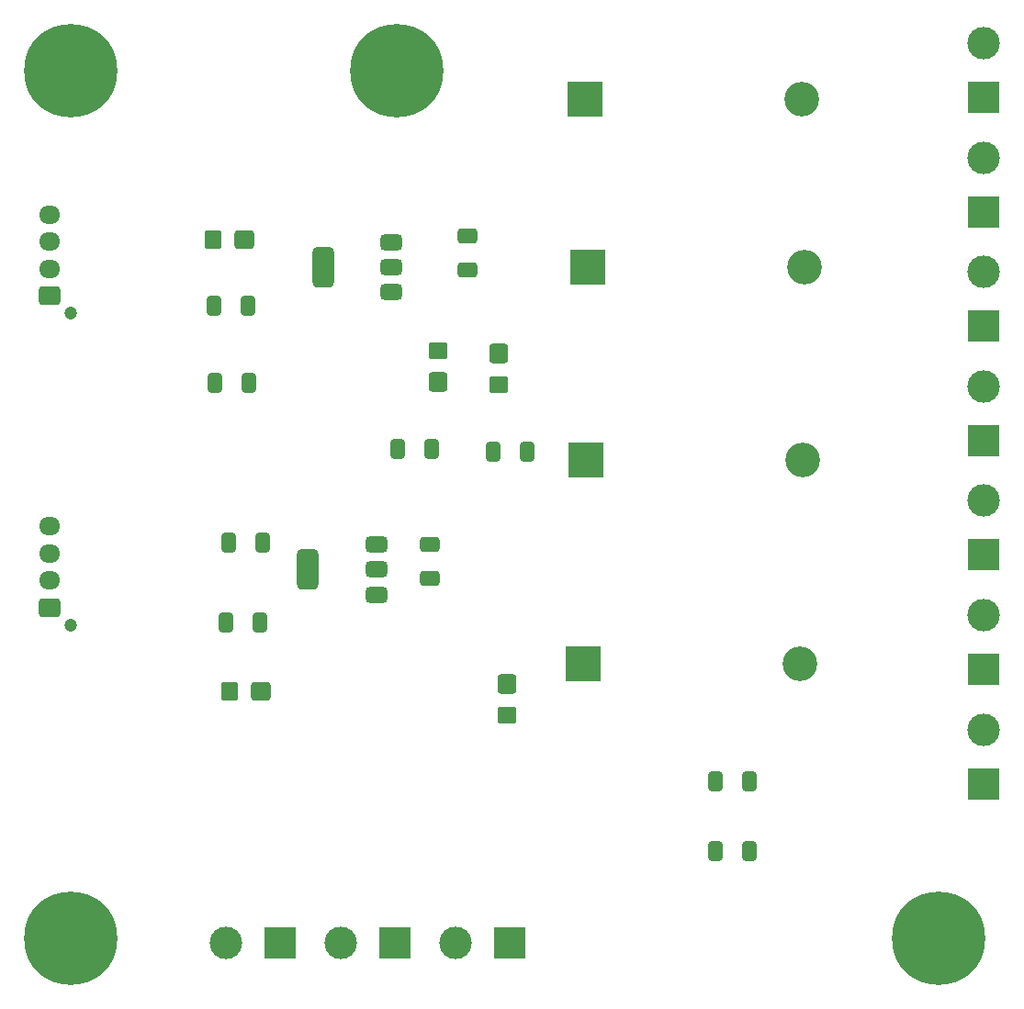
<source format=gbr>
%TF.GenerationSoftware,KiCad,Pcbnew,8.0.3*%
%TF.CreationDate,2024-11-19T22:25:58+01:00*%
%TF.ProjectId,weerstation-power,77656572-7374-4617-9469-6f6e2d706f77,rev?*%
%TF.SameCoordinates,Original*%
%TF.FileFunction,Soldermask,Bot*%
%TF.FilePolarity,Negative*%
%FSLAX46Y46*%
G04 Gerber Fmt 4.6, Leading zero omitted, Abs format (unit mm)*
G04 Created by KiCad (PCBNEW 8.0.3) date 2024-11-19 22:25:58*
%MOMM*%
%LPD*%
G01*
G04 APERTURE LIST*
G04 Aperture macros list*
%AMRoundRect*
0 Rectangle with rounded corners*
0 $1 Rounding radius*
0 $2 $3 $4 $5 $6 $7 $8 $9 X,Y pos of 4 corners*
0 Add a 4 corners polygon primitive as box body*
4,1,4,$2,$3,$4,$5,$6,$7,$8,$9,$2,$3,0*
0 Add four circle primitives for the rounded corners*
1,1,$1+$1,$2,$3*
1,1,$1+$1,$4,$5*
1,1,$1+$1,$6,$7*
1,1,$1+$1,$8,$9*
0 Add four rect primitives between the rounded corners*
20,1,$1+$1,$2,$3,$4,$5,0*
20,1,$1+$1,$4,$5,$6,$7,0*
20,1,$1+$1,$6,$7,$8,$9,0*
20,1,$1+$1,$8,$9,$2,$3,0*%
G04 Aperture macros list end*
%ADD10C,8.600000*%
%ADD11R,3.000000X3.000000*%
%ADD12C,3.000000*%
%ADD13C,1.200000*%
%ADD14RoundRect,0.250000X0.725000X-0.600000X0.725000X0.600000X-0.725000X0.600000X-0.725000X-0.600000X0*%
%ADD15O,1.950000X1.700000*%
%ADD16R,3.200000X3.200000*%
%ADD17O,3.200000X3.200000*%
%ADD18RoundRect,0.307018X-0.567982X0.592982X-0.567982X-0.592982X0.567982X-0.592982X0.567982X0.592982X0*%
%ADD19RoundRect,0.280702X-0.594298X0.519298X-0.594298X-0.519298X0.594298X-0.519298X0.594298X0.519298X0*%
%ADD20RoundRect,0.250000X-0.412500X-0.650000X0.412500X-0.650000X0.412500X0.650000X-0.412500X0.650000X0*%
%ADD21RoundRect,0.250000X0.412500X0.650000X-0.412500X0.650000X-0.412500X-0.650000X0.412500X-0.650000X0*%
%ADD22RoundRect,0.375000X0.625000X0.375000X-0.625000X0.375000X-0.625000X-0.375000X0.625000X-0.375000X0*%
%ADD23RoundRect,0.500000X0.500000X1.400000X-0.500000X1.400000X-0.500000X-1.400000X0.500000X-1.400000X0*%
%ADD24RoundRect,0.307018X0.592982X0.567982X-0.592982X0.567982X-0.592982X-0.567982X0.592982X-0.567982X0*%
%ADD25RoundRect,0.280702X0.519298X0.594298X-0.519298X0.594298X-0.519298X-0.594298X0.519298X-0.594298X0*%
%ADD26RoundRect,0.250000X0.650000X-0.412500X0.650000X0.412500X-0.650000X0.412500X-0.650000X-0.412500X0*%
%ADD27RoundRect,0.307018X0.567982X-0.592982X0.567982X0.592982X-0.567982X0.592982X-0.567982X-0.592982X0*%
%ADD28RoundRect,0.280702X0.594298X-0.519298X0.594298X0.519298X-0.594298X0.519298X-0.594298X-0.519298X0*%
G04 APERTURE END LIST*
D10*
%TO.C,H1*%
X20000000Y-20000000D03*
%TD*%
D11*
%TO.C,J12*%
X39303500Y-100432500D03*
D12*
X34303500Y-100432500D03*
%TD*%
D13*
%TO.C,J1*%
X20000000Y-42350000D03*
D14*
X18000000Y-40750000D03*
D15*
X18000000Y-38250000D03*
X18000000Y-35750000D03*
X18000000Y-33250000D03*
%TD*%
D16*
%TO.C,D2*%
X67630000Y-38100000D03*
D17*
X87630000Y-38100000D03*
%TD*%
D11*
%TO.C,J10*%
X60432500Y-100432500D03*
D12*
X55432500Y-100432500D03*
%TD*%
D11*
%TO.C,J5*%
X104140000Y-43561000D03*
D12*
X104140000Y-38561000D03*
%TD*%
D10*
%TO.C,H3*%
X100000000Y-100000000D03*
%TD*%
D13*
%TO.C,J2*%
X20000000Y-71100000D03*
D14*
X18000000Y-69500000D03*
D15*
X18000000Y-67000000D03*
X18000000Y-64500000D03*
X18000000Y-62000000D03*
%TD*%
D11*
%TO.C,J7*%
X104140000Y-64643000D03*
D12*
X104140000Y-59643000D03*
%TD*%
D10*
%TO.C,H2*%
X50000000Y-20000000D03*
%TD*%
D11*
%TO.C,J9*%
X104140000Y-85744500D03*
D12*
X104140000Y-80744500D03*
%TD*%
D11*
%TO.C,J6*%
X104140000Y-54102000D03*
D12*
X104140000Y-49102000D03*
%TD*%
D16*
%TO.C,D4*%
X67216000Y-74676000D03*
D17*
X87216000Y-74676000D03*
%TD*%
D10*
%TO.C,H4*%
X20000000Y-100000000D03*
%TD*%
D11*
%TO.C,J8*%
X104140000Y-75184000D03*
D12*
X104140000Y-70184000D03*
%TD*%
D11*
%TO.C,J11*%
X49844500Y-100432500D03*
D12*
X44844500Y-100432500D03*
%TD*%
D16*
%TO.C,D1*%
X67376000Y-22606000D03*
D17*
X87376000Y-22606000D03*
%TD*%
D11*
%TO.C,J4*%
X104140000Y-33020000D03*
D12*
X104140000Y-28020000D03*
%TD*%
D11*
%TO.C,J3*%
X104140000Y-22479000D03*
D12*
X104140000Y-17479000D03*
%TD*%
D16*
%TO.C,D3*%
X67470000Y-55880000D03*
D17*
X87470000Y-55880000D03*
%TD*%
D18*
%TO.C,F3*%
X60198000Y-76527000D03*
D19*
X60198000Y-79429000D03*
%TD*%
D20*
%TO.C,C7*%
X58889500Y-55118000D03*
X62014500Y-55118000D03*
%TD*%
D21*
%TO.C,C2*%
X36316500Y-41682000D03*
X33191500Y-41682000D03*
%TD*%
%TO.C,C5*%
X37376500Y-70866000D03*
X34251500Y-70866000D03*
%TD*%
D22*
%TO.C,U1*%
X49530000Y-35814000D03*
X49530000Y-38114000D03*
D23*
X43230000Y-38114000D03*
D22*
X49530000Y-40414000D03*
%TD*%
D21*
%TO.C,C8*%
X53251500Y-54864000D03*
X50126500Y-54864000D03*
%TD*%
D18*
%TO.C,F1*%
X59436000Y-46047000D03*
D19*
X59436000Y-48949000D03*
%TD*%
D24*
%TO.C,F5*%
X37519000Y-77216000D03*
D25*
X34617000Y-77216000D03*
%TD*%
D26*
%TO.C,C4*%
X53086000Y-66840500D03*
X53086000Y-63715500D03*
%TD*%
D22*
%TO.C,U2*%
X48150000Y-63700000D03*
X48150000Y-66000000D03*
D23*
X41850000Y-66000000D03*
D22*
X48150000Y-68300000D03*
%TD*%
D21*
%TO.C,C6*%
X37630500Y-63500000D03*
X34505500Y-63500000D03*
%TD*%
%TO.C,C3*%
X36380000Y-48794000D03*
X33255000Y-48794000D03*
%TD*%
%TO.C,C10*%
X82550000Y-91948000D03*
X79425000Y-91948000D03*
%TD*%
D26*
%TO.C,C1*%
X56515000Y-38392500D03*
X56515000Y-35267500D03*
%TD*%
D24*
%TO.C,F4*%
X35995000Y-35560000D03*
D25*
X33093000Y-35560000D03*
%TD*%
D21*
%TO.C,C9*%
X82550000Y-85550000D03*
X79425000Y-85550000D03*
%TD*%
D27*
%TO.C,F2*%
X53848000Y-48695000D03*
D28*
X53848000Y-45793000D03*
%TD*%
M02*

</source>
